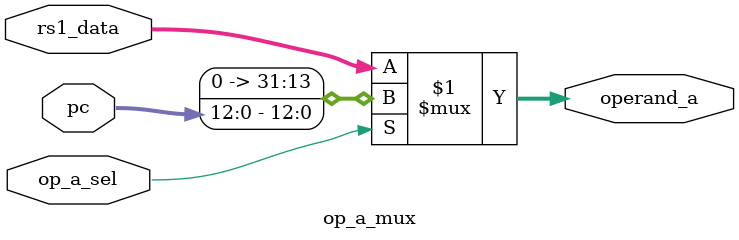
<source format=sv>
module op_a_mux (
	input [12:0] pc,
	input [31:0] rs1_data,
	input op_a_sel,
	output [31:0] operand_a
);

	assign operand_a = (op_a_sel) ? {19'h0,pc} : rs1_data;

endmodule
</source>
